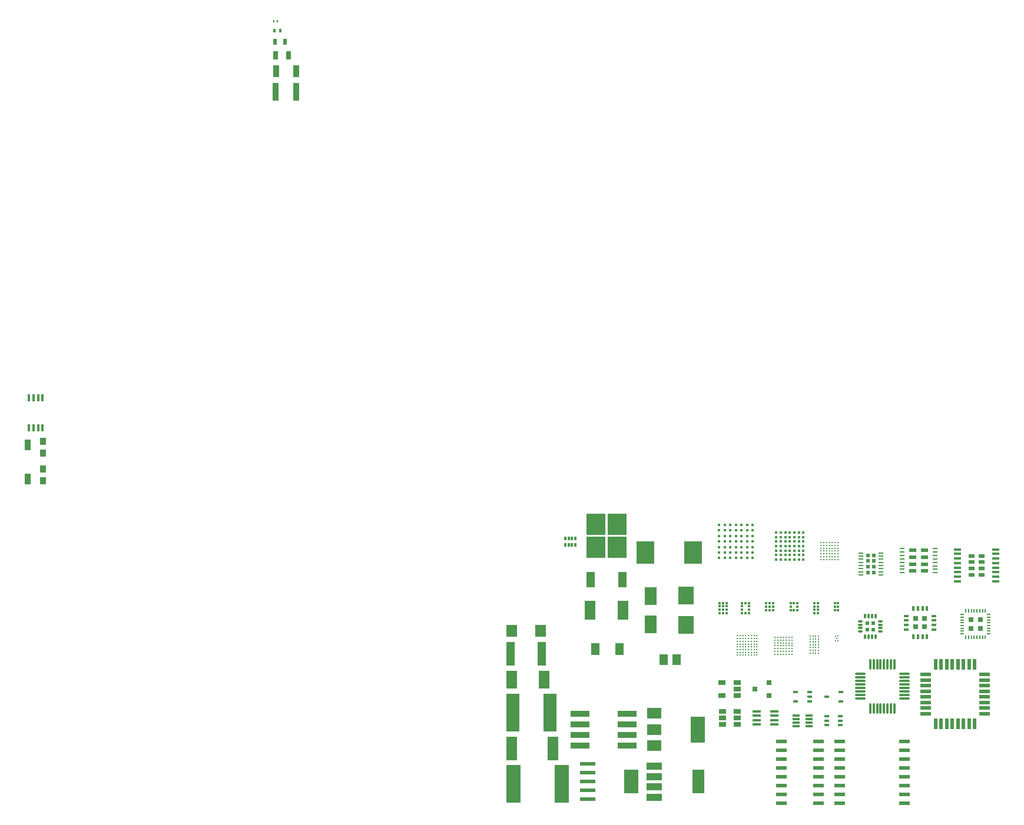
<source format=gbp>
G04 #@! TF.GenerationSoftware,KiCad,Pcbnew,8.0.4*
G04 #@! TF.CreationDate,2025-04-23T21:37:21-04:00*
G04 #@! TF.ProjectId,HDW_BUSINESS_CARD,4844575f-4255-4534-994e-4553535f4341,rev?*
G04 #@! TF.SameCoordinates,Original*
G04 #@! TF.FileFunction,Paste,Bot*
G04 #@! TF.FilePolarity,Positive*
%FSLAX46Y46*%
G04 Gerber Fmt 4.6, Leading zero omitted, Abs format (unit mm)*
G04 Created by KiCad (PCBNEW 8.0.4) date 2025-04-23 21:37:21*
%MOMM*%
%LPD*%
G01*
G04 APERTURE LIST*
G04 Aperture macros list*
%AMRoundRect*
0 Rectangle with rounded corners*
0 $1 Rounding radius*
0 $2 $3 $4 $5 $6 $7 $8 $9 X,Y pos of 4 corners*
0 Add a 4 corners polygon primitive as box body*
4,1,4,$2,$3,$4,$5,$6,$7,$8,$9,$2,$3,0*
0 Add four circle primitives for the rounded corners*
1,1,$1+$1,$2,$3*
1,1,$1+$1,$4,$5*
1,1,$1+$1,$6,$7*
1,1,$1+$1,$8,$9*
0 Add four rect primitives between the rounded corners*
20,1,$1+$1,$2,$3,$4,$5,0*
20,1,$1+$1,$4,$5,$6,$7,0*
20,1,$1+$1,$6,$7,$8,$9,0*
20,1,$1+$1,$8,$9,$2,$3,0*%
G04 Aperture macros list end*
%ADD10R,0.500000X0.900000*%
%ADD11R,0.280000X0.430000*%
%ADD12R,0.700000X1.300000*%
%ADD13R,0.900000X2.500000*%
%ADD14R,0.700000X0.250000*%
%ADD15R,1.038000X0.600000*%
%ADD16R,0.510000X0.495000*%
%ADD17R,0.400000X0.600000*%
%ADD18R,1.975000X5.400000*%
%ADD19R,0.900000X1.700000*%
%ADD20R,1.525000X2.650000*%
%ADD21R,1.300480X1.699260*%
%ADD22R,1.500000X2.700000*%
%ADD23R,0.800000X0.350000*%
%ADD24R,0.350000X0.800000*%
%ADD25R,0.750000X0.750000*%
%ADD26O,0.750000X0.300000*%
%ADD27O,0.300000X0.750000*%
%ADD28R,0.540000X0.540000*%
%ADD29R,0.600000X0.200000*%
%ADD30R,0.200000X0.600000*%
%ADD31R,0.795000X0.795000*%
%ADD32R,0.400000X0.500000*%
%ADD33R,0.300000X0.500000*%
%ADD34C,0.225000*%
%ADD35R,0.250000X0.250000*%
%ADD36R,2.500000X3.300000*%
%ADD37R,1.800860X2.499360*%
%ADD38R,2.301240X2.499360*%
%ADD39R,2.200000X0.600000*%
%ADD40R,2.150000X3.450000*%
%ADD41R,2.200000X1.000000*%
%ADD42R,1.800000X3.400000*%
%ADD43R,1.500000X0.600000*%
%ADD44R,0.300000X0.300000*%
%ADD45C,0.165000*%
%ADD46RoundRect,0.075000X-0.675000X-0.075000X0.675000X-0.075000X0.675000X0.075000X-0.675000X0.075000X0*%
%ADD47RoundRect,0.075000X-0.075000X-0.675000X0.075000X-0.675000X0.075000X0.675000X-0.075000X0.675000X0*%
%ADD48R,2.800000X0.950000*%
%ADD49R,1.050000X0.450000*%
%ADD50R,0.882000X0.537000*%
%ADD51R,0.749300X0.398780*%
%ADD52R,0.660400X0.406400*%
%ADD53R,0.711200X0.457200*%
%ADD54R,1.000000X0.300000*%
%ADD55C,0.450000*%
%ADD56C,0.370000*%
%ADD57R,1.060000X0.650000*%
%ADD58R,1.220000X0.400000*%
%ADD59R,2.750000X3.050000*%
%ADD60R,1.200000X2.200000*%
%ADD61R,2.000000X1.500000*%
%ADD62R,2.000000X3.800000*%
%ADD63R,1.200000X1.500000*%
%ADD64R,0.800100X0.800100*%
%ADD65R,1.300000X3.400000*%
%ADD66R,1.525000X3.350000*%
%ADD67R,2.100000X5.450000*%
%ADD68R,1.575000X1.800000*%
%ADD69R,0.900000X1.580000*%
%ADD70R,0.400000X1.100000*%
%ADD71R,0.950000X1.050000*%
%ADD72R,1.600000X0.550000*%
%ADD73R,0.550000X1.600000*%
G04 APERTURE END LIST*
D10*
X119717998Y-34801494D03*
X121217998Y-34801494D03*
D11*
X119603398Y-31837494D03*
X120113398Y-31837494D03*
D12*
X119822798Y-36751094D03*
X121722798Y-36751094D03*
D13*
X119881598Y-42053494D03*
X122781598Y-42053494D03*
D14*
X209894600Y-111227240D03*
X209894600Y-110727240D03*
X209894600Y-110227240D03*
X209894600Y-109727240D03*
X209894600Y-109227240D03*
X209894600Y-108727240D03*
X209894600Y-108227240D03*
X209894600Y-107727240D03*
X214694600Y-107727240D03*
X214694600Y-108227240D03*
X214694600Y-108727240D03*
X214694600Y-109227240D03*
X214694600Y-109727240D03*
X214694600Y-110227240D03*
X214694600Y-110727240D03*
X214694600Y-111227240D03*
D15*
X211429600Y-107977240D03*
X211429600Y-108977240D03*
X211429600Y-109977240D03*
X211429600Y-110977240D03*
X213159600Y-107977240D03*
X213159600Y-108977240D03*
X213159600Y-109977240D03*
X213159600Y-110977240D03*
D14*
X203999300Y-111534840D03*
X203999300Y-111084840D03*
X203999300Y-110634840D03*
X203999300Y-110184840D03*
X203999300Y-109734840D03*
X203999300Y-109284840D03*
X203999300Y-108834840D03*
X203999300Y-108384840D03*
X206899300Y-108384840D03*
X206899300Y-108834840D03*
X206899300Y-109284840D03*
X206899300Y-109734840D03*
X206899300Y-110184840D03*
X206899300Y-110634840D03*
X206899300Y-111084840D03*
X206899300Y-111534840D03*
D16*
X205024300Y-108722340D03*
X205024300Y-109547340D03*
X205024300Y-110372340D03*
X205024300Y-111197340D03*
X205874300Y-108722340D03*
X205874300Y-109547340D03*
X205874300Y-110372340D03*
X205874300Y-111197340D03*
D17*
X119662398Y-33197494D03*
X120562398Y-33197494D03*
D18*
X154001000Y-131391860D03*
X159276000Y-131391860D03*
D19*
X119932398Y-39097094D03*
X122832398Y-39097094D03*
D20*
X153793000Y-126642380D03*
X158468000Y-126642380D03*
D21*
X165810440Y-122200700D03*
X169310560Y-122200700D03*
D22*
X169833500Y-116612700D03*
X165033500Y-116612700D03*
D23*
X210535900Y-119379200D03*
X210535900Y-118729200D03*
X210535900Y-118079200D03*
X210535900Y-117429200D03*
D24*
X211560900Y-116404200D03*
X212210900Y-116404200D03*
X212860900Y-116404200D03*
X213510900Y-116404200D03*
D23*
X214535900Y-117429200D03*
X214535900Y-118079200D03*
X214535900Y-118729200D03*
X214535900Y-119379200D03*
D24*
X213510900Y-120404200D03*
X212860900Y-120404200D03*
X212210900Y-120404200D03*
X211560900Y-120404200D03*
D25*
X211910900Y-117779200D03*
X211910900Y-119029200D03*
X213160900Y-117779200D03*
X213160900Y-119029200D03*
D26*
X203887940Y-119698500D03*
X203887940Y-119198500D03*
X203887940Y-118698500D03*
X203887940Y-118198500D03*
D27*
X204612940Y-117473500D03*
X205112940Y-117473500D03*
X205612940Y-117473500D03*
X206112940Y-117473500D03*
D26*
X206837940Y-118198500D03*
X206837940Y-118698500D03*
X206837940Y-119198500D03*
X206837940Y-119698500D03*
D27*
X206112940Y-120423500D03*
X205612940Y-120423500D03*
X205112940Y-120423500D03*
X204612940Y-120423500D03*
D28*
X204912940Y-118498500D03*
X204912940Y-119398500D03*
X205812940Y-118498500D03*
X205812940Y-119398500D03*
D29*
X218591180Y-120020100D03*
X218591180Y-119620100D03*
X218591180Y-119220100D03*
X218591180Y-118820100D03*
X218591180Y-118420100D03*
X218591180Y-118020100D03*
X218591180Y-117620100D03*
X218591180Y-117220100D03*
D30*
X219091180Y-116720100D03*
X219491180Y-116720100D03*
X219891180Y-116720100D03*
X220291180Y-116720100D03*
X220691180Y-116720100D03*
X221091180Y-116720100D03*
X221491180Y-116720100D03*
X221891180Y-116720100D03*
D29*
X222391180Y-117220100D03*
X222391180Y-117620100D03*
X222391180Y-118020100D03*
X222391180Y-118420100D03*
X222391180Y-118820100D03*
X222391180Y-119220100D03*
X222391180Y-119620100D03*
X222391180Y-120020100D03*
D30*
X221891180Y-120520100D03*
X221491180Y-120520100D03*
X221091180Y-120520100D03*
X220691180Y-120520100D03*
X220291180Y-120520100D03*
X219891180Y-120520100D03*
X219491180Y-120520100D03*
X219091180Y-120520100D03*
D31*
X219828680Y-117957600D03*
X219828680Y-119282600D03*
X221153680Y-117957600D03*
X221153680Y-119282600D03*
D32*
X162971420Y-107258460D03*
D33*
X162471420Y-107258460D03*
X161971420Y-107258460D03*
D32*
X161471420Y-107258460D03*
X161471420Y-106258460D03*
D33*
X161971420Y-106258460D03*
X162471420Y-106258460D03*
D32*
X162971420Y-106258460D03*
D34*
X194055000Y-120537100D03*
X193655000Y-120537100D03*
X193255000Y-120537100D03*
X192855000Y-120537100D03*
X192455000Y-120537100D03*
X192055000Y-120537100D03*
X191655000Y-120537100D03*
X194055000Y-120937100D03*
X193655000Y-120937100D03*
X193255000Y-120937100D03*
X192855000Y-120937100D03*
X192455000Y-120937100D03*
X192055000Y-120937100D03*
X191655000Y-120937100D03*
X194055000Y-121337100D03*
X193655000Y-121337100D03*
X193255000Y-121337100D03*
X192855000Y-121337100D03*
X192455000Y-121337100D03*
X192055000Y-121337100D03*
X191655000Y-121337100D03*
X194055000Y-121737100D03*
X193655000Y-121737100D03*
X193255000Y-121737100D03*
X192855000Y-121737100D03*
X192455000Y-121737100D03*
X192055000Y-121737100D03*
X191655000Y-121737100D03*
X194055000Y-122137100D03*
X193655000Y-122137100D03*
X193255000Y-122137100D03*
X192855000Y-122137100D03*
X192455000Y-122137100D03*
X192055000Y-122137100D03*
X191655000Y-122137100D03*
X194055000Y-122537100D03*
X193655000Y-122537100D03*
X193255000Y-122537100D03*
X192855000Y-122537100D03*
X192455000Y-122537100D03*
X192055000Y-122537100D03*
X191655000Y-122537100D03*
X194055000Y-122937100D03*
X193655000Y-122937100D03*
X193255000Y-122937100D03*
X192855000Y-122937100D03*
X192455000Y-122937100D03*
X192055000Y-122937100D03*
X191655000Y-122937100D03*
D35*
X200721000Y-121035800D03*
X200721000Y-120342800D03*
X200521000Y-120689300D03*
X200321000Y-121035800D03*
X200321000Y-120342800D03*
D34*
X189049000Y-120292700D03*
X188649000Y-120292700D03*
X188249000Y-120292700D03*
X187849000Y-120292700D03*
X187449000Y-120292700D03*
X187049000Y-120292700D03*
X186649000Y-120292700D03*
X186249000Y-120292700D03*
X189049000Y-120692700D03*
X188649000Y-120692700D03*
X188249000Y-120692700D03*
X187849000Y-120692700D03*
X187449000Y-120692700D03*
X187049000Y-120692700D03*
X186649000Y-120692700D03*
X186249000Y-120692700D03*
X189049000Y-121092700D03*
X188649000Y-121092700D03*
X188249000Y-121092700D03*
X187849000Y-121092700D03*
X187449000Y-121092700D03*
X187049000Y-121092700D03*
X186649000Y-121092700D03*
X186249000Y-121092700D03*
X189049000Y-121492700D03*
X188649000Y-121492700D03*
X188249000Y-121492700D03*
X187849000Y-121492700D03*
X187449000Y-121492700D03*
X187049000Y-121492700D03*
X186649000Y-121492700D03*
X186249000Y-121492700D03*
X189049000Y-121892700D03*
X188649000Y-121892700D03*
X188249000Y-121892700D03*
X187849000Y-121892700D03*
X187449000Y-121892700D03*
X187049000Y-121892700D03*
X186649000Y-121892700D03*
X186249000Y-121892700D03*
X189049000Y-122292700D03*
X188649000Y-122292700D03*
X188249000Y-122292700D03*
X187849000Y-122292700D03*
X187449000Y-122292700D03*
X187049000Y-122292700D03*
X186649000Y-122292700D03*
X186249000Y-122292700D03*
X189049000Y-122692700D03*
X188649000Y-122692700D03*
X188249000Y-122692700D03*
X187849000Y-122692700D03*
X187449000Y-122692700D03*
X187049000Y-122692700D03*
X186649000Y-122692700D03*
X186249000Y-122692700D03*
X189049000Y-123092700D03*
X188649000Y-123092700D03*
X188249000Y-123092700D03*
X187849000Y-123092700D03*
X187449000Y-123092700D03*
X187049000Y-123092700D03*
X186649000Y-123092700D03*
X186249000Y-123092700D03*
D36*
X179850500Y-108358500D03*
X173050500Y-108358500D03*
D37*
X173783500Y-118611680D03*
X173783500Y-114613720D03*
D38*
X178863500Y-118761540D03*
X178863500Y-114463860D03*
D39*
X164696000Y-143837700D03*
X164696000Y-142567700D03*
X164696000Y-141297700D03*
X164696000Y-140027700D03*
X164696000Y-138757700D03*
D40*
X170996000Y-141297700D03*
D41*
X174316500Y-143543200D03*
X174316500Y-142043200D03*
X174316500Y-140543200D03*
X174316500Y-139043200D03*
D42*
X180616500Y-141293200D03*
D43*
X192534940Y-144393620D03*
X192534940Y-143123620D03*
X192534940Y-141853620D03*
X192534940Y-140583620D03*
X192534940Y-139313620D03*
X192534940Y-138043620D03*
X192534940Y-136773620D03*
X192534940Y-135503620D03*
X197934940Y-135503620D03*
X197934940Y-136773620D03*
X197934940Y-138043620D03*
X197934940Y-139313620D03*
X197934940Y-140583620D03*
X197934940Y-141853620D03*
X197934940Y-143123620D03*
X197934940Y-144393620D03*
X200990940Y-144393620D03*
X200990940Y-143123620D03*
X200990940Y-141853620D03*
X200990940Y-140583620D03*
X200990940Y-139313620D03*
X200990940Y-138043620D03*
X200990940Y-136773620D03*
X200990940Y-135503620D03*
X210290940Y-135503620D03*
X210290940Y-136773620D03*
X210290940Y-138043620D03*
X210290940Y-139313620D03*
X210290940Y-140583620D03*
X210290940Y-141853620D03*
X210290940Y-143123620D03*
X210290940Y-144393620D03*
D44*
X184669000Y-117064900D03*
X184669000Y-116564900D03*
X184669000Y-116064900D03*
X184669000Y-115564900D03*
X184169000Y-117064900D03*
X184169000Y-116564900D03*
X184169000Y-116064900D03*
X184169000Y-115564900D03*
X183669000Y-117064900D03*
X183669000Y-116564900D03*
X183669000Y-116064900D03*
X183669000Y-115564900D03*
X194887000Y-116604700D03*
X194887000Y-116104700D03*
X194887000Y-115604700D03*
X194387000Y-116604700D03*
X194387000Y-115604700D03*
X193887000Y-116604700D03*
X193887000Y-116104700D03*
X193887000Y-115604700D03*
D45*
X193887000Y-116104700D03*
D44*
X187895000Y-117064900D03*
X187895000Y-116564900D03*
X187895000Y-116064900D03*
X187895000Y-115564900D03*
X187395000Y-117064900D03*
X187395000Y-115564900D03*
X186895000Y-117064900D03*
X186895000Y-116564900D03*
X186895000Y-116064900D03*
X186895000Y-115564900D03*
D46*
X203907900Y-129297500D03*
X203907900Y-128797500D03*
X203907900Y-128297500D03*
X203907900Y-127797500D03*
X203907900Y-127297500D03*
X203907900Y-126797500D03*
X203907900Y-126297500D03*
X203907900Y-125797500D03*
D47*
X205332900Y-124372500D03*
X205832900Y-124372500D03*
X206332900Y-124372500D03*
X206832900Y-124372500D03*
X207332900Y-124372500D03*
X207832900Y-124372500D03*
X208332900Y-124372500D03*
X208832900Y-124372500D03*
D46*
X210257900Y-125797500D03*
X210257900Y-126297500D03*
X210257900Y-126797500D03*
X210257900Y-127297500D03*
X210257900Y-127797500D03*
X210257900Y-128297500D03*
X210257900Y-128797500D03*
X210257900Y-129297500D03*
D47*
X208832900Y-130722500D03*
X208332900Y-130722500D03*
X207832900Y-130722500D03*
X207332900Y-130722500D03*
X206832900Y-130722500D03*
X206332900Y-130722500D03*
X205832900Y-130722500D03*
X205332900Y-130722500D03*
D48*
X163608000Y-136107700D03*
X163608000Y-134567700D03*
X163608000Y-133047700D03*
X163608000Y-131507700D03*
X170408000Y-131507700D03*
X170408000Y-133047700D03*
X170408000Y-134567700D03*
X170408000Y-136107700D03*
D49*
X217871500Y-112431700D03*
X217871500Y-111781700D03*
X217871500Y-111131700D03*
X217871500Y-110481700D03*
X217871500Y-109831700D03*
X217871500Y-109181700D03*
X217871500Y-108531700D03*
X217871500Y-107881700D03*
X223421500Y-107881700D03*
X223421500Y-108531700D03*
X223421500Y-109181700D03*
X223421500Y-109831700D03*
X223421500Y-110481700D03*
X223421500Y-111131700D03*
X223421500Y-111781700D03*
X223421500Y-112431700D03*
D50*
X219911500Y-108814200D03*
X219911500Y-109709200D03*
X219911500Y-110604200D03*
X219911500Y-111499200D03*
X221381500Y-108814200D03*
X221381500Y-109709200D03*
X221381500Y-110604200D03*
X221381500Y-111499200D03*
D51*
X200997260Y-131864460D03*
X200997260Y-132514700D03*
X200997260Y-133164940D03*
X199097340Y-133164940D03*
X199097340Y-132514700D03*
X199097340Y-131864460D03*
D52*
X196640500Y-128418300D03*
X196640500Y-129078700D03*
X196640500Y-129739100D03*
X194608500Y-129739100D03*
X194608500Y-128418300D03*
D34*
X200682000Y-106903700D03*
X200282000Y-106903700D03*
X199882000Y-106903700D03*
X199482000Y-106903700D03*
X199082000Y-106903700D03*
X198682000Y-106903700D03*
X198282000Y-106903700D03*
X200682000Y-107303700D03*
X200282000Y-107303700D03*
X199882000Y-107303700D03*
X199482000Y-107303700D03*
X199082000Y-107303700D03*
X198682000Y-107303700D03*
X198282000Y-107303700D03*
X200682000Y-107703700D03*
X200282000Y-107703700D03*
X199882000Y-107703700D03*
X199482000Y-107703700D03*
X199082000Y-107703700D03*
X198682000Y-107703700D03*
X198282000Y-107703700D03*
X200682000Y-108103700D03*
X200282000Y-108103700D03*
X199882000Y-108103700D03*
X199482000Y-108103700D03*
X199082000Y-108103700D03*
X198682000Y-108103700D03*
X198282000Y-108103700D03*
X200682000Y-108503700D03*
X200282000Y-108503700D03*
X199882000Y-108503700D03*
X199482000Y-108503700D03*
X199082000Y-108503700D03*
X198682000Y-108503700D03*
X198282000Y-108503700D03*
X200682000Y-108903700D03*
X200282000Y-108903700D03*
X199882000Y-108903700D03*
X199482000Y-108903700D03*
X199082000Y-108903700D03*
X198682000Y-108903700D03*
X198282000Y-108903700D03*
X200682000Y-109303700D03*
X200282000Y-109303700D03*
X199882000Y-109303700D03*
X199482000Y-109303700D03*
X199082000Y-109303700D03*
X198682000Y-109303700D03*
X198282000Y-109303700D03*
D53*
X201126800Y-128418300D03*
X201126800Y-129739100D03*
X199094800Y-129078700D03*
D54*
X196524500Y-131764700D03*
X196524500Y-132264700D03*
X196524500Y-132764700D03*
X196524500Y-133264700D03*
X194724500Y-133264700D03*
X194724500Y-132764700D03*
X194724500Y-132264700D03*
X194724500Y-131764700D03*
D44*
X200741000Y-116613300D03*
X200741000Y-116113300D03*
X200741000Y-115613300D03*
X200241000Y-116613300D03*
X200241000Y-116113300D03*
X200241000Y-115613300D03*
X191391000Y-116620900D03*
X191391000Y-116120900D03*
X191391000Y-115620900D03*
X190891000Y-116620900D03*
X190891000Y-116120900D03*
X190891000Y-115620900D03*
X190391000Y-116620900D03*
X190391000Y-116120900D03*
X190391000Y-115620900D03*
D45*
X190391000Y-116120900D03*
D55*
X188430820Y-104324340D03*
X187630820Y-104324340D03*
X186830820Y-104324340D03*
X186030820Y-104324340D03*
X185230820Y-104324340D03*
X184430820Y-104324340D03*
X183630820Y-104324340D03*
X188430820Y-105124340D03*
X187630820Y-105124340D03*
X186830820Y-105124340D03*
X186030820Y-105124340D03*
X185230820Y-105124340D03*
X184430820Y-105124340D03*
X183630820Y-105124340D03*
X188430820Y-105924340D03*
X187630820Y-105924340D03*
X186830820Y-105924340D03*
X186030820Y-105924340D03*
X185230820Y-105924340D03*
X184430820Y-105924340D03*
X183630820Y-105924340D03*
X188430820Y-106724340D03*
X187630820Y-106724340D03*
X186830820Y-106724340D03*
X186030820Y-106724340D03*
X185230820Y-106724340D03*
X184430820Y-106724340D03*
X183630820Y-106724340D03*
X188430820Y-107524340D03*
X187630820Y-107524340D03*
X186830820Y-107524340D03*
X186030820Y-107524340D03*
X185230820Y-107524340D03*
X184430820Y-107524340D03*
X183630820Y-107524340D03*
X188430820Y-108324340D03*
X187630820Y-108324340D03*
X186830820Y-108324340D03*
X186030820Y-108324340D03*
X185230820Y-108324340D03*
X184430820Y-108324340D03*
X183630820Y-108324340D03*
X188430820Y-109124340D03*
X187630820Y-109124340D03*
X186830820Y-109124340D03*
X186030820Y-109124340D03*
X185230820Y-109124340D03*
X184430820Y-109124340D03*
X183630820Y-109124340D03*
D56*
X195742680Y-105442900D03*
X195092680Y-105442900D03*
X194442680Y-105442900D03*
X193792680Y-105442900D03*
X193142680Y-105442900D03*
X192492680Y-105442900D03*
X191842680Y-105442900D03*
X195742680Y-106092900D03*
X195092680Y-106092900D03*
X194442680Y-106092900D03*
X193792680Y-106092900D03*
X193142680Y-106092900D03*
X192492680Y-106092900D03*
X191842680Y-106092900D03*
X195742680Y-106742900D03*
X195092680Y-106742900D03*
X194442680Y-106742900D03*
X193792680Y-106742900D03*
X193142680Y-106742900D03*
X192492680Y-106742900D03*
X191842680Y-106742900D03*
X195742680Y-107392900D03*
X195092680Y-107392900D03*
X194442680Y-107392900D03*
X193792680Y-107392900D03*
X193142680Y-107392900D03*
X192492680Y-107392900D03*
X191842680Y-107392900D03*
X195742680Y-108042900D03*
X195092680Y-108042900D03*
X194442680Y-108042900D03*
X193792680Y-108042900D03*
X193142680Y-108042900D03*
X192492680Y-108042900D03*
X191842680Y-108042900D03*
X195742680Y-108692900D03*
X195092680Y-108692900D03*
X194442680Y-108692900D03*
X193792680Y-108692900D03*
X193142680Y-108692900D03*
X192492680Y-108692900D03*
X191842680Y-108692900D03*
X195742680Y-109342900D03*
X195092680Y-109342900D03*
X194442680Y-109342900D03*
X193792680Y-109342900D03*
X193142680Y-109342900D03*
X192492680Y-109342900D03*
X191842680Y-109342900D03*
D44*
X197843000Y-117070700D03*
X197843000Y-116570700D03*
X197843000Y-116070700D03*
X197843000Y-115570700D03*
X197343000Y-117070700D03*
X197343000Y-116570700D03*
X197343000Y-116070700D03*
X197343000Y-115570700D03*
D34*
X197905000Y-120378300D03*
X197505000Y-120378300D03*
X197105000Y-120378300D03*
X196705000Y-120378300D03*
X197905000Y-120778300D03*
X197505000Y-120778300D03*
X197105000Y-120778300D03*
X196705000Y-120778300D03*
X197905000Y-121178300D03*
X197505000Y-121178300D03*
X197105000Y-121178300D03*
X196705000Y-121178300D03*
X197905000Y-121578300D03*
X197505000Y-121578300D03*
X197105000Y-121578300D03*
X196705000Y-121578300D03*
X197905000Y-121978300D03*
X197505000Y-121978300D03*
X197105000Y-121978300D03*
X196705000Y-121978300D03*
X197905000Y-122378300D03*
X197505000Y-122378300D03*
X197105000Y-122378300D03*
X196705000Y-122378300D03*
X197905000Y-122778300D03*
X197505000Y-122778300D03*
X197105000Y-122778300D03*
X196705000Y-122778300D03*
D57*
X186263700Y-131160700D03*
X186263700Y-132110700D03*
X186263700Y-133060700D03*
X184063700Y-133060700D03*
X184063700Y-132110700D03*
X184063700Y-131160700D03*
D58*
X191595900Y-131140700D03*
X191595900Y-131780700D03*
X191595900Y-132440700D03*
X191595900Y-133080700D03*
X188975900Y-133080700D03*
X188975900Y-132440700D03*
X188975900Y-131780700D03*
X188975900Y-131140700D03*
D59*
X165908500Y-107568700D03*
X168958500Y-107568700D03*
X165908500Y-104218700D03*
X168958500Y-104218700D03*
D60*
X169713500Y-112193700D03*
X165153500Y-112193700D03*
D61*
X174280000Y-136073200D03*
X174280000Y-133773200D03*
X174280000Y-131473200D03*
D62*
X180580000Y-133773200D03*
D63*
X175627500Y-123724700D03*
X177527500Y-123724700D03*
D64*
X190764260Y-127032700D03*
X190764260Y-128932700D03*
X188765280Y-127982700D03*
D57*
X186262900Y-126991100D03*
X186262900Y-127941100D03*
X186262900Y-128891100D03*
X184062900Y-128891100D03*
X184062900Y-126991100D03*
D65*
X153651500Y-122887620D03*
X158101500Y-122887620D03*
D66*
X153778000Y-136501700D03*
X159753000Y-136501700D03*
D67*
X154052500Y-141628380D03*
X161002500Y-141628380D03*
D68*
X153789000Y-119556740D03*
X157964000Y-119556740D03*
D69*
X84175978Y-92793818D03*
X84175978Y-97753818D03*
D70*
X86350978Y-86048818D03*
X85700978Y-86048818D03*
X85050978Y-86048818D03*
X84400978Y-86048818D03*
X84400978Y-90348818D03*
X85050978Y-90348818D03*
X85700978Y-90348818D03*
X86350978Y-90348818D03*
D71*
X86409095Y-96258514D03*
X86409095Y-98008514D03*
X86409095Y-94053850D03*
X86409095Y-92303850D03*
D72*
X213297840Y-131483060D03*
X213297840Y-130683060D03*
X213297840Y-129883060D03*
X213297840Y-129083060D03*
X213297840Y-128283060D03*
X213297840Y-127483060D03*
X213297840Y-126683060D03*
X213297840Y-125883060D03*
D73*
X214747840Y-124433060D03*
X215547840Y-124433060D03*
X216347840Y-124433060D03*
X217147840Y-124433060D03*
X217947840Y-124433060D03*
X218747840Y-124433060D03*
X219547840Y-124433060D03*
X220347840Y-124433060D03*
D72*
X221797840Y-125883060D03*
X221797840Y-126683060D03*
X221797840Y-127483060D03*
X221797840Y-128283060D03*
X221797840Y-129083060D03*
X221797840Y-129883060D03*
X221797840Y-130683060D03*
X221797840Y-131483060D03*
D73*
X220347840Y-132933060D03*
X219547840Y-132933060D03*
X218747840Y-132933060D03*
X217947840Y-132933060D03*
X217147840Y-132933060D03*
X216347840Y-132933060D03*
X215547840Y-132933060D03*
X214747840Y-132933060D03*
M02*

</source>
